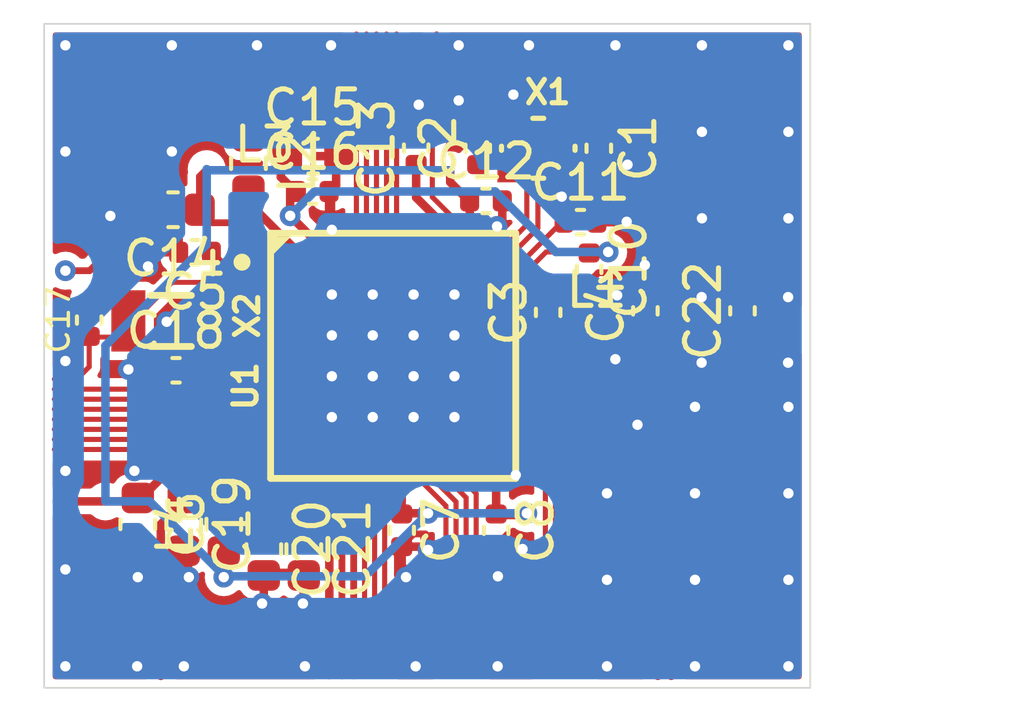
<source format=kicad_pcb>
(kicad_pcb (version 20221018) (generator pcbnew)
  (layers (0 "F.Cu" signal "Top Layer") (1 "In1.Cu" signal "Mid Layer 1") (2 "In2.Cu" signal "Mid Layer 2") (31 "B.Cu" signal "Bottom Layer") (34 "B.Paste" user "Bottom Paste") (35 "F.Paste" user "Top Paste") (36 "B.SilkS" user "Bottom Overlay") (37 "F.SilkS" user "Top Overlay") (38 "B.Mask" user "Bottom Solder") (39 "F.Mask" user "Top Solder") (44 "Edge.Cuts" user))
  (property "ADDRESS1" "")
  (property "ADDRESS2" "")
  (property "ADDRESS3" "")
  (property "ADDRESS4" "")
  (property "DEVICE" "nRF52840-QIAA")
  (property "DOCUMENTNUMBER" "")
  (property "DOCUMENTSIZE" "A4")
  (property "DRAWNBY" "RUBR")
  (property "ORGANIZATION" "")
  (property "REFLAYOUTTITLE" "Reference Layout Config. 4: VDDH supply, DCDC, USB")
  (property "SHEETTOTAL" "1")
  (net 0 "")
  (net 1 "NetC20_1")
  (net 2 "P1.15")
  (net 3 "P1.14")
  (net 4 "P1.13")
  (net 5 "P1.12")
  (net 6 "P1.11")
  (net 7 "P1.10")
  (net 8 "P1.09")
  (net 9 "P1.08")
  (net 10 "P1.07")
  (net 11 "P1.06")
  (net 12 "P1.05")
  (net 13 "P1.04")
  (net 14 "P1.03")
  (net 15 "P1.02")
  (net 16 "P1.01")
  (net 17 "P1.00")
  (net 18 "P0.31/AIN7")
  (net 19 "P0.30/AIN6")
  (net 20 "P0.29/AIN5")
  (net 21 "P0.18/RESET")
  (net 22 "P0.10/NFC2")
  (net 23 "P0.09/NFC1")
  (net 24 "NetC13_1")
  (net 25 "VBUS")
  (net 26 "NetC9_1")
  (net 27 "D-")
  (net 28 "D+")
  (net 29 "SWDIO")
  (net 30 "RF")
  (net 31 "P0.28/AIN4")
  (net 32 "P0.05/AIN3")
  (net 33 "P0.04/AIN2")
  (net 34 "P0.03/AIN1")
  (net 35 "P0.02/AIN0")
  (net 36 "P0.01/XL2")
  (net 37 "P0.00/XL1")
  (net 38 "NetC3_2")
  (net 39 "DEC4_6")
  (net 40 "DEC3")
  (net 41 "GND")
  (net 42 "SWDCLK")
  (net 43 "P0.27")
  (net 44 "P0.26")
  (net 45 "P0.25")
  (net 46 "P0.24")
  (net 47 "P0.23")
  (net 48 "P0.22")
  (net 49 "P0.21")
  (net 50 "P0.20")
  (net 51 "P0.19")
  (net 52 "P0.17")
  (net 53 "P0.16")
  (net 54 "P0.15")
  (net 55 "P0.14")
  (net 56 "P0.13")
  (net 57 "P0.12")
  (net 58 "P0.11")
  (net 59 "P0.08")
  (net 60 "P0.07")
  (net 61 "P0.06")
  (net 62 "DEC1")
  (net 63 "XC1")
  (net 64 "XC2")
  (net 65 "VDD_HV")
  (net 66 "NetL4_2")
  (net 67 "NetL2_2")
  (net 68 "/DEC1")
  (net 69 "VDD_nRF")
  (net 70 "Net-(U1-DEC2)")
  (net 71 "Net-(U1-DECUSB)")
  (net 72 "Net-(L2-Pad1)")
  (net 73 "Net-(U1-DCC)")
  (net 74 "Net-(U1-DCCH)")
  (net 77 "Net-(U1-DEC3)")
  (net 78 "Net-(U1-P0.00{slash}XL1)")
  (net 79 "Net-(U1-P0.01{slash}XL2)")
  (footprint "Capacitor_SMD:C_0402_1005Metric" (layer "F.Cu") (at 153.0011 101.0786)
    (fp_text reference "C11")
    (fp_text value "100pF")
  )
  (footprint "52840:BT-XTAL_2016" (layer "F.Cu") (at 151.7623 98.90819 180)
    (fp_text reference "X1")
    (fp_text value "32MHz" hide)
  )
  (footprint "Capacitor_SMD:C_0402_1005Metric" (layer "F.Cu") (at 152.05269 103.7282 90)
    (fp_text reference "C3")
    (fp_text value "0.8pF")
  )
  (footprint "Capacitor_SMD:C_0402_1005Metric" (layer "F.Cu") (at 150.2261 100.4536)
    (fp_text reference "C12")
    (fp_text value "100nF")
  )
  (footprint "Capacitor_SMD:C_0402_1005Metric" (layer "F.Cu") (at 153.25666 102.4636 -90)
    (fp_text reference "C10")
    (fp_text value "N.C.")
  )
  (footprint "Inductor_SMD:L_0603_1608Metric" (layer "F.Cu") (at 143.2511 99.3536 -90)
    (fp_text reference "L2")
    (fp_text value "10µH")
  )
  (footprint "Capacitor_SMD:C_0402_1005Metric" (layer "F.Cu") (at 149.9843 98.90819 90)
    (fp_text reference "C2")
    (fp_text value "12pF")
  )
  (footprint "Capacitor_SMD:C_0402_1005Metric" (layer "F.Cu") (at 147.7511 110.1286 -90)
    (fp_text reference "C7")
    (fp_text value "100nF")
  )
  (footprint "C:_Repositories_Applications_test_rsk_lib_RSK-ONLY_PcbLib_pcblib.PcbLib_XTAL_3215" (layer "F.Cu") (at 140.9737 103.9786)
    (fp_text reference "X2")
    (fp_text value "32.768kHz" hide)
  )
  (footprint "Capacitor_SMD:C_0402_1005Metric" (layer "F.Cu") (at 145.1389 100.1776)
    (fp_text reference "C16")
    (fp_text value "47nF")
  )
  (footprint "Capacitor_SMD:C_0402_1005Metric" (layer "F.Cu") (at 157.76009 103.6828 90)
    (fp_text reference "C22")
    (fp_text value "N.C.")
  )
  (footprint "Capacitor_SMD:C_0402_1005Metric" (layer "F.Cu") (at 154.90766 103.6828 90)
    (fp_text reference "C4")
    (fp_text value "0.5pF")
  )
  (footprint "Capacitor_SMD:C_0603_1608Metric" (layer "F.Cu") (at 145.1511 99.1396)
    (fp_text reference "C15")
    (fp_text value "1.0µF")
  )
  (footprint "" (layer "F.Cu") (at 159.0581 104.2416)
    (fp_text reference "")
    (fp_text value "")
  )
  (footprint "Capacitor_SMD:C_0603_1608Metric" (layer "F.Cu") (at 144.87607 110.6786 -90)
    (fp_text reference "C21")
    (fp_text value "4.7µF")
  )
  (footprint "Capacitor_SMD:C_0402_1005Metric" (layer "F.Cu") (at 148.1761 98.9036 90)
    (fp_text reference "C13")
    (fp_text value "N.C.")
  )
  (footprint "Capacitor_SMD:C_0402_1005Metric" (layer "F.Cu") (at 141.1237 105.4286)
    (fp_text reference "C18")
    (fp_text value "12pF")
  )
  (footprint "Inductor_SMD:L_0603_1608Metric" (layer "F.Cu") (at 142.52607 109.95361 90)
    (fp_text reference "L4")
    (fp_text value "10µH")
  )
  (footprint "Capacitor_SMD:C_0402_1005Metric" (layer "F.Cu") (at 141.680902 101.962276 180)
    (fp_text reference "C5")
    (fp_text value "100nF")
  )
  (footprint "Capacitor_SMD:C_0603_1608Metric" (layer "F.Cu") (at 141.35109 109.95361 -90)
    (fp_text reference "C19")
    (fp_text value "4.7µF")
  )
  (footprint "Capacitor_SMD:C_0603_1608Metric" (layer "F.Cu") (at 140.0011 109.95361 -90)
    (fp_text reference "C6")
    (fp_text value "4.7µF")
  )
  (footprint "Capacitor_SMD:C_0402_1005Metric" (layer "F.Cu") (at 150.5261 110.1286 -90)
    (fp_text reference "C8")
    (fp_text value "100nF")
  )
  (footprint "D:_Applications_test_rsk_lib_RSK-ONLY_PcbLib_AQFN50P700X700X85_HS-74N.PcbLib_AQFN50P700X700X85_HS-74N" (layer "F.Cu") (at 147.5011 105.0036)
    (fp_text reference "U1")
    (fp_text value "nRF52840-QIAA" hide)
  )
  (footprint "Capacitor_SMD:C_0603_1608Metric" (layer "F.Cu") (at 143.70107 110.6786 -90)
    (fp_text reference "C20")
    (fp_text value "4.7µF")
  )
  (footprint "Inductor_SMD:L_0402_1005Metric" (layer "F.Cu") (at 153.47509 104.2362)
    (fp_text reference "L1")
    (fp_text value "4.7nH")
  )
  (footprint "Capacitor_SMD:C_0402_1005Metric" (layer "F.Cu") (at 153.5403 98.90819 -90)
    (fp_text reference "C1")
    (fp_text value "12pF")
  )
  (footprint "Inductor_SMD:L_0402_1005Metric" (layer "F.Cu") (at 143.7261 97.6286 180)
    (fp_text reference "L3")
    (fp_text value "15nH")
  )
  (footprint "Capacitor_SMD:C_0402_1005Metric" (layer "F.Cu") (at 138.5737 103.9536 90)
    (fp_text reference "C17")
    (fp_text value "12pF")
  )
  (footprint "Capacitor_SMD:C_0603_1608Metric" (layer "F.Cu") (at 141.036681 100.71314 180)
    (fp_text reference "C14")
    (fp_text value "1.0µF")
  )
  (gr_line (start 159.7511 114.7536) (end 159.7511 95.2536) (stroke (width 0.05)) (layer "Edge.Cuts"))
  (gr_line (start 159.7511 95.2536) (end 137.2511 95.2536) (stroke (width 0.05)) (layer "Edge.Cuts"))
  (gr_line (start 137.2511 95.2536) (end 137.2511 114.7536) (stroke (width 0.05)) (layer "Edge.Cuts"))
  (gr_line (start 137.2511 114.7536) (end 159.7511 114.7536) (stroke (width 0.05)) (layer "Edge.Cuts"))
  (segment (start 143.70107 108.774) (end 144.34359 108.13148) (width 0.25) (layer "F.Cu") (net 1))
  (segment (start 143.70107 110.0036) (end 143.70107 108.774) (width 0.25) (layer "F.Cu") (net 1))
  (segment (start 145.3756 107.8791) (end 145.5011 107.7536) (width 0.184) (layer "F.Cu") (net 1))
  (segment (start 144.34359 108.13148) (end 144.59597 107.8791) (width 0.184) (layer "F.Cu") (net 1))
  (segment (start 144.59597 107.8791) (end 145.3756 107.8791) (width 0.184) (layer "F.Cu") (net 1))
  (segment (start 147.3061 101.21642) (end 147.7511 101.66141) (width 0.15) (layer "F.Cu") (net 2))
  (segment (start 147.3061 101.21642) (end 147.3061 95.5536) (width 0.15) (layer "F.Cu") (net 2))
  (segment (start 147.7511 101.7536) (end 147.7511 101.66141) (width 0.15) (layer "F.Cu") (net 2))
  (segment (start 148.2511 101.7536) (end 148.2511 101.74422) (width 0.15) (layer "F.Cu") (net 4))
  (segment (start 147.6011 101.09422) (end 148.2511 101.74422) (width 0.15) (layer "F.Cu") (net 4))
  (segment (start 147.6011 101.09422) (end 147.6011 95.5536) (width 0.15) (layer "F.Cu") (net 4))
  (segment (start 148.65129 100.3417) (end 148.65129 98.7286) (width 0.15) (layer "F.Cu") (net 7))
  (segment (start 148.65129 100.3417) (end 149.2511 100.94151) (width 0.15) (layer "F.Cu") (net 7))
  (segment (start 148.7759 98.60399) (end 148.7759 95.55) (width 0.15) (layer "F.Cu") (net 7))
  (segment (start 149.2511 101.7536) (end 149.2511 100.94151) (width 0.15) (layer "F.Cu") (net 7))
  (segment (start 148.65129 98.7286) (end 148.7759 98.60399) (width 0.15) (layer "F.Cu") (net 7))
  (segment (start 144.07609 105.7536) (end 144.2511 105.7536) (width 0.15) (layer "F.Cu") (net 8))
  (segment (start 137.5511 107.4586) (end 142.3711 107.4586) (width 0.15) (layer "F.Cu") (net 8))
  (segment (start 142.3711 107.4586) (end 144.07609 105.7536) (width 0.15) (layer "F.Cu") (net 8))
  (segment (start 150.76987 105.7536) (end 153.1515 108.13523) (width 0.15) (layer "F.Cu") (net 11))
  (segment (start 153.1515 114.40361) (end 153.1515 108.13523) (width 0.15) (layer "F.Cu") (net 11))
  (segment (start 150.7511 105.7536) (end 150.76987 105.7536) (width 0.15) (layer "F.Cu") (net 11))
  (segment (start 152.8565 114.40361) (end 152.8565 108.25742) (width 0.15) (layer "F.Cu") (net 13))
  (segment (start 150.85267 106.2536) (end 152.8565 108.25742) (width 0.15) (layer "F.Cu") (net 13))
  (segment (start 150.7511 106.2536) (end 150.85267 106.2536) (width 0.15) (layer "F.Cu") (net 13))
  (segment (start 150.93548 106.7536) (end 152.5615 108.37962) (width 0.15) (layer "F.Cu") (net 15))
  (segment (start 152.5615 114.40361) (end 152.5615 108.37962) (width 0.15) (layer "F.Cu") (net 15))
  (segment (start 150.7511 106.7536) (end 150.93548 106.7536) (width 0.15) (layer "F.Cu") (net 15))
  (segment (start 149.7511 108.85865) (end 149.9385 109.04605) (width 0.15) (layer "F.Cu") (net 17))
  (segment (start 149.9385 114.4036) (end 149.9385 109.04605) (width 0.15) (layer "F.Cu") (net 17))
  (segment (start 149.7511 108.85865) (end 149.7511 108.2536) (width 0.15) (layer "F.Cu") (net 17))
  (segment (start 146.4211 101.3736) (end 146.4211 95.5536) (width 0.15) (layer "F.Cu") (net 18))
  (segment (start 146.2511 101.5436) (end 146.4211 101.3736) (width 0.15) (layer "F.Cu") (net 18))
  (segment (start 146.2511 101.7536) (end 146.2511 101.5436) (width 0.15) (layer "F.Cu") (net 18))
  (segment (start 146.7161 101.71861) (end 146.7511 101.7536) (width 0.15) (layer "F.Cu") (net 20))
  (segment (start 146.7161 101.71861) (end 146.7161 95.5536) (width 0.15) (layer "F.Cu") (net 20))
  (segment (start 152.54962 105.8586) (end 154.95991 105.8586) (width 0.25) (layer "F.Cu") (net 22))
  (segment (start 154.95991 105.8586) (end 155.6685 106.56719) (width 0.25) (layer "F.Cu") (net 22))
  (segment (start 155.6685 114.4016) (end 155.6685 106.56719) (width 0.25) (layer "F.Cu") (net 22))
  (segment (start 150.94462 104.2536) (end 152.54962 105.8586) (width 0.25) (layer "F.Cu") (net 22))
  (segment (start 150.7511 104.2536) (end 150.94462 104.2536) (width 0.25) (layer "F.Cu") (net 22))
  (segment (start 155.2735 114.4016) (end 155.2735 106.7308) (width 0.25) (layer "F.Cu") (net 23))
  (segment (start 152.386 106.2536) (end 154.7963 106.2536) (width 0.25) (layer "F.Cu") (net 23))
  (segment (start 150.7511 104.7536) (end 150.886 104.7536) (width 0.25) (layer "F.Cu") (net 23))
  (segment (start 150.886 104.7536) (end 152.386 106.2536) (width 0.25) (layer "F.Cu") (net 23))
  (segment (start 154.7963 106.2536) (end 155.2735 106.7308) (width 0.25) (layer "F.Cu") (net 23))
  (segment (start 148.1761 100.35441) (end 148.1761 99.4036) (width 0.25) (layer "F.Cu") (net 24))
  (segment (start 148.7511 101.7536) (end 148.7511 100.92941) (width 0.25) (layer "F.Cu") (net 24))
  (segment (start 148.1761 100.35441) (end 148.7511 100.92941) (width 0.25) (layer "F.Cu") (net 24))
  (segment (start 144.87607 110.0036) (end 145.62609 110.75363) (width 0.25) (layer "F.Cu") (net 25))
  (segment (start 144.7511 109.87863) (end 144.87607 110.0036) (width 0.25) (layer "F.Cu") (net 25))
  (segment (start 144.7511 109.87863) (end 144.7511 108.2536) (width 0.25) (layer "F.Cu") (net 25))
  (segment (start 145.62609 114.3786) (end 145.62609 110.75363) (width 0.25) (layer "F.Cu") (net 25))
  (segment (start 145.2511 108.9036) (end 145.9961 109.6486) (width 0.2) (layer "F.Cu") (net 27))
  (segment (start 145.2511 108.9036) (end 145.2511 108.2536) (width 0.2) (layer "F.Cu") (net 27))
  (segment (start 145.9961 114.4036) (end 145.9961 109.6486) (width 0.2) (layer "F.Cu") (net 27))
  (segment (start 145.75109 108.9036) (end 146.3411 109.4936) (width 0.2) (layer "F.Cu") (net 28))
  (segment (start 145.75109 108.9036) (end 145.75109 108.2536) (width 0.2) (layer "F.Cu") (net 28))
  (segment (start 146.3411 114.4036) (end 146.3411 109.4936) (width 0.2) (layer "F.Cu") (net 28))
  (segment (start 151.9715 114.40361) (end 151.9715 108.624) (width 0.15) (layer "F.Cu") (net 29))
  (segment (start 150.7511 107.7536) (end 151.1011 107.7536) (width 0.15) (layer "F.Cu") (net 29))
  (segment (start 151.1011 107.7536) (end 151.9715 108.624) (width 0.15) (layer "F.Cu") (net 29))
  (segment (start 154.01866 104.2416) (end 159.0581 104.2416) (width 0.762) (layer "F.Cu") (net 30))
  (segment (start 141.92552 106.5736) (end 144.24551 104.2536) (width 0.15) (layer "F.Cu") (net 33))
  (segment (start 144.24551 104.2536) (end 144.2511 104.2536) (width 0.15) (layer "F.Cu") (net 33))
  (segment (start 137.5511 106.5736) (end 141.92552 106.5736) (width 0.15) (layer "F.Cu") (net 33))
  (segment (start 147.0111 101.33861) (end 147.2511 101.5786) (width 0.15) (layer "F.Cu") (net 35))
  (segment (start 147.2511 101.7536) (end 147.2511 101.5786) (width 0.15) (layer "F.Cu") (net 35))
  (segment (start 147.0111 101.33861) (end 147.0111 95.5536) (width 0.15) (layer "F.Cu") (net 35))
  (segment (start 142.2237 103.9786) (end 142.80371 103.3986) (width 0.145) (layer "F.Cu") (net 36))
  (segment (start 142.80371 103.3986) (end 144.64609 103.3986) (width 0.145) (layer "F.Cu") (net 36))
  (segment (start 141.6237 105.6536) (end 141.6237 105.4286) (width 0.15) (layer "F.Cu") (net 36))
  (segment (start 142.2237 104.8286) (end 142.2237 103.9786) (width 0.145) (layer "F.Cu") (net 36))
  (segment (start 141.6237 105.4286) (end 142.2237 104.8286) (width 0.145) (layer "F.Cu") (net 36))
  (segment (start 144.64609 103.3986) (end 144.7511 103.5036) (width 0.145) (layer "F.Cu") (net 36))
  (segment (start 141.2937 105.9836) (end 141.6237 105.6536) (width 0.15) (layer "F.Cu") (net 36))
  (segment (start 137.5511 105.9836) (end 141.2937 105.9836) (width 0.15) (layer "F.Cu") (net 36))
  (segment (start 143.63423 103.09611) (end 143.6436 103.09611) (width 0.145) (layer "F.Cu") (net 37))
  (segment (start 143.6436 103.09611) (end 143.6561 103.10861) (width 0.145) (layer "F.Cu") (net 37))
  (segment (start 137.5511 105.6886) (end 138.21068 105.6886) (width 0.15) (layer "F.Cu") (net 37))
  (segment (start 138.5737 104.4536) (end 139.2487 104.4536) (width 0.145) (layer "F.Cu") (net 37))
  (segment (start 141.0086 102.8461) (end 143.38423 102.8461) (width 0.145) (layer "F.Cu") (net 37))
  (segment (start 143.38423 102.8461) (end 143.63423 103.09611) (width 0.145) (layer "F.Cu") (net 37))
  (segment (start 139.7237 103.9786) (end 139.8761 103.9786) (width 0.145) (layer "F.Cu") (net 37))
  (segment (start 144.64609 103.10861) (end 144.7511 103.0036) (width 0.145) (layer "F.Cu") (net 37))
  (segment (start 139.2487 104.4536) (end 139.7237 103.9786) (width 0.145) (layer "F.Cu") (net 37))
  (segment (start 138.21068 105.6886) (end 138.5737 105.32558) (width 0.15) (layer "F.Cu") (net 37))
  (segment (start 143.6561 103.10861) (end 144.64609 103.10861) (width 0.145) (layer "F.Cu") (net 37))
  (segment (start 138.5737 105.32558) (end 138.5737 104.4536) (width 0.15) (layer "F.Cu") (net 37))
  (segment (start 139.8761 103.9786) (end 141.0086 102.8461) (width 0.145) (layer "F.Cu") (net 37))
  (segment (start 152.0557 104.233) (end 152.06069 104.23799) (width 0.145) (layer "F.Cu") (net 38))
  (segment (start 152.0557 104.233) (end 152.94968 104.233) (width 0.508) (layer "F.Cu") (net 38))
  (segment (start 151.7213 103.8986) (end 152.0557 104.233) (width 0.145) (layer "F.Cu") (net 38))
  (segment (start 150.35609 103.8986) (end 151.7213 103.8986) (width 0.145) (layer "F.Cu") (net 38))
  (segment (start 150.2511 104.0036) (end 150.3561 103.8986) (width 0.145) (layer "F.Cu") (net 38))
  (segment (start 145.4011 102.07731) (end 145.4011 101.81649) (width 0.25) (layer "F.Cu") (net 39))
  (segment (start 151.99329 101.9536) (end 153.8153 101.9536) (width 0.15) (layer "F.Cu") (net 39))
  (segment (start 145.5011 102.2536) (end 145.5011 102.17731) (width 0.25) (layer "F.Cu") (net 39))
  (segment (start 150.7511 103.1958) (end 151.99329 101.9536) (width 0.15) (layer "F.Cu") (net 39))
  (segment (start 145.4011 102.07731) (end 145.5011 102.17731) (width 0.25) (layer "F.Cu") (net 39))
  (segment (start 144.4761 100.89149) (end 144.4761 100.0286) (width 0.25) (layer "F.Cu") (net 39))
  (segment (start 144.20109 99.7536) (end 144.20109 97.6286) (width 0.25) (layer "F.Cu") (net 39))
  (segment (start 150.7511 103.2536) (end 150.7511 103.1958) (width 0.15) (layer "F.Cu") (net 39))
  (segment (start 144.4761 100.89149) (end 145.4011 101.81649) (width 0.25) (layer "F.Cu") (net 39))
  (segment (start 144.20109 99.7536) (end 144.4761 100.0286) (width 0.25) (layer "F.Cu") (net 39))
  (via (at 144.4761 100.89149) (size 0.6096) (drill 0.3048) (layers "F.Cu" "B.Cu") (net 39))
  (via (at 153.8153 101.9536) (size 0.6096) (drill 0.3048) (layers "F.Cu" "B.Cu") (net 39))
  (segment (start 145.18999 100.1776) (end 150.4983 100.1776) (width 0.25) (layer "B.Cu") (net 39))
  (segment (start 150.4983 100.1776) (end 152.2743 101.9536) (width 0.25) (layer "B.Cu") (net 39))
  (segment (start 152.2743 101.9536) (end 153.8153 101.9536) (width 0.25) (layer "B.Cu") (net 39))
  (segment (start 144.4761 100.89149) (end 145.18999 100.1776) (width 0.25) (layer "B.Cu") (net 39))
  (segment (start 150.25668 103.0036) (end 150.58168 102.6786) (width 0.15) (layer "F.Cu") (net 40))
  (segment (start 150.58168 102.6786) (end 150.8511 102.6786) (width 0.15) (layer "F.Cu") (net 40))
  (segment (start 150.8511 102.6786) (end 152.4511 101.0786) (width 0.15) (layer "F.Cu") (net 40))
  (segment (start 150.2511 103.0036) (end 150.25668 103.0036) (width 0.15) (layer "F.Cu") (net 40))
  (segment (start 152.4511 101.0786) (end 152.5011 101.0786) (width 0.15) (layer "F.Cu") (net 40))
  (segment (start 140.6237 105.4286) (end 139.7491 105.4286) (width 0.2) (layer "F.Cu") (net 41))
  (segment (start 141.200902 101.962276) (end 140.717424 101.962276) (width 0.2) (layer "F.Cu") (net 41))
  (segment (start 148.5261 110.7036) (end 148.5261 110.31434) (width 0.2) (layer "F.Cu") (net 41))
  (segment (start 138.52329 110.62861) (end 137.8745 111.2774) (width 0.2) (layer "F.Cu") (net 41))
  (segment (start 156.326538 103.512152) (end 156.55969 103.279) (width 0.2) (layer "F.Cu") (net 41))
  (segment (start 153.5403 100.15008) (end 153.36178 100.3286) (width 0.2) (layer "F.Cu") (net 41))
  (segment (start 159.04629 103.2256) (end 159.09969 103.279) (width 0.2) (layer "F.Cu") (net 41))
  (segment (start 158.81138 103.279) (end 159.09969 103.279) (width 0.2) (layer "F.Cu") (net 41))
  (segment (start 152.7511 100.3286) (end 153.5011 101.0786) (width 0.2) (layer "F.Cu") (net 41))
  (segment (start 150.7261 100.4536) (end 150.7261 101.02859) (width 0.2) (layer "F.Cu") (net 41))
  (segment (start 150.677882 97.973772) (end 151.0373 98.33319) (width 0.2) (layer "F.Cu") (net 41))
  (segment (start 140.0011 111.5036) (end 140.0011 110.62861) (width 0.2) (layer "F.Cu") (net 41))
  (segment (start 154.6655 102.5636) (end 154.8925 102.3366) (width 0.2) (layer "F.Cu") (net 41))
  (segment (start 154.3665 99.4082) (end 154.3845 99.3902) (width 0.2) (layer "F.Cu") (net 41))
  (segment (start 150.5261 110.577062) (end 150.847664 110.255498) (width 0.2) (layer "F.Cu") (net 41))
  (segment (start 147.5011 105.0036) (end 148.1011 104.4036) (width 0.25) (layer "F.Cu") (net 41))
  (segment (start 153.5403 99.4082) (end 153.5403 100.15008) (width 0.2) (layer "F.Cu") (net 41))
  (segment (start 150.54633 97.3328) (end 151.0317 97.3328) (width 0.2) (layer "F.Cu") (net 41))
  (segment (start 140.6437 105.4286) (end 140.6437 104.2086) (width 0.2) (layer "F.Cu") (net 41))
  (segment (start 149.9843 98.40819) (end 149.9843 98.334632) (width 0.2) (layer "F.Cu") (net 41))
  (segment (start 147.6261 111.44522) (end 147.6261 110.7336) (width 0.2) (layer "F.Cu") (net 41))
  (segment (start 145.7011 101.3036) (end 145.7011 100.2398) (width 0.2) (layer "F.Cu") (net 41))
  (segment (start 144.87607 111.3536) (end 144.87607 112.25363) (width 0.2) (layer "F.Cu") (net 41))
  (segment (start 140.717424 101.962276) (end 140.3011 102.3786) (width 0.2) (layer "F.Cu") (net 41))
  (segment (start 150.34516 97.53397) (end 150.54633 97.3328) (width 0.2) (layer "F.Cu") (net 41))
  (segment (start 144.87607 112.25363) (end 144.8511 112.2786) (width 0.2) (layer "F.Cu") (net 41))
  (segment (start 150.9623 98.40819) (end 151.0373 98.33319) (width 0.2) (layer "F.Cu") (net 41))
  (segment (start 149.9843 98.334632) (end 150.34516 97.973772) (width 0.2) (layer "F.Cu") (net 41))
  (segment (start 151.261378 110.255498) (end 151.3011 110.29522) (width 0.2) (layer "F.Cu") (net 41))
  (segment (start 154.0797 103.2256) (end 154.366252 103.512152) (width 0.2) (layer "F.Cu") (net 41))
  (segment (start 140.0011 110.62861) (end 138.52329 110.62861) (width 0.2) (layer "F.Cu") (net 41))
  (segment (start 145.6389 100.1776) (end 145.8261 99.9904) (width 0.25) (layer "F.Cu") (net 41))
  (segment (start 148.1761 97.7036) (end 148.2511 97.6286) (width 0.2) (layer "F.Cu") (net 41))
  (segment (start 156.791128 103.510438) (end 158.579942 103.510438) (width 0.2) (layer "F.Cu") (net 41))
  (segment (start 151.67228 103.60861) (end 152.05269 103.2282) (width 0.145) (layer "F.Cu") (net 41))
  (segment (start 143.70107 112.22863) (end 143.6511 112.2786) (width 0.2) (layer "F.Cu") (net 41))
  (segment (start 146.0011 103.5036) (end 147.5011 105.0036) (width 0.25) (layer "F.Cu") (net 41))
  (segment (start 148.5261 110.31434) (end 148.44516 110.2334) (width 0.2) (layer "F.Cu") (net 41))
  (segment (start 153.46531 99.48319) (end 153.5403 99.4082) (width 0.2) (layer "F.Cu") (net 41))
  (segment (start 154.6511 107.0036) (end 154.6761 107.0286) (width 0.2) (layer "F.Cu") (net 41))
  (segment (start 150.34516 97.973772) (end 150.677882 97.973772) (width 0.2) (layer "F.Cu") (net 41))
  (segment (start 150.2511 103.5036) (end 150.3561 103.60861) (width 0.145) (layer "F.Cu") (net 41))
  (segment (start 152.4511 99.51939) (end 152.4873 99.48319) (width 0.2) (layer "F.Cu") (net 41))
  (segment (start 150.5769 110.6594) (end 150.5261 110.6086) (width 0.2) (layer "F.Cu") (net 41))
  (segment (start 150.34516 97.973772) (end 150.34516 97.53397) (width 0.2) (layer "F.Cu") (net 41))
  (segment (start 140.6437 104.2086) (end 140.8487 104.0036) (width 0.2) (layer "F.Cu") (net 41))
  (segment (start 158.579942 103.510438) (end 158.81138 103.279) (width 0.2) (layer "F.Cu") (net 41))
  (segment (start 150.847664 110.255498) (end 151.261378 110.255498) (width 0.2) (layer "F.Cu") (net 41))
  (segment (start 148.1011 104.4036) (end 149.0011 103.5036) (width 0.25) (layer "F.Cu") (net 41))
  (segment (start 153.8177 102.9636) (end 154.0797 103.2256) (width 0.2) (layer "F.Cu") (net 41))
  (segment (start 145.8261 99.9904) (end 145.8261 99.1396) (width 0.25) (layer "F.Cu") (net 41))
  (segment (start 150.5261 110.6086) (end 150.5261 110.577062) (width 0.2) (layer "F.Cu") (net 41))
  (segment (start 146.0011 102.2536) (end 146.0011 102.0799) (width 0.25) (layer "F.Cu") (net 41))
  (segment (start 139.7491 105.4286) (end 139.7241 105.4036) (width 0.2) (layer "F.Cu") (net 41))
  (segment (start 152.4511 100.3286) (end 152.4511 99.51939) (width 0.2) (layer "F.Cu") (net 41))
  (segment (start 154.3591 101.0666) (end 153.5131 101.0666) (width 0.2) (layer "F.Cu") (net 41))
  (segment (start 143.70107 111.3536) (end 143.70107 112.22863) (width 0.2) (layer "F.Cu") (net 41))
  (segment (start 152.4511 100.3286) (end 152.7511 100.3286) (width 0.2) (layer "F.Cu") (net 41))
  (segment (start 153.25666 102.83372) (end 153.52678 102.5636) (width 0.2) (layer "F.Cu") (net 41))
  (segment (start 145.84359 101.92239) (end 145.84359 101.3611) (width 0.25) (layer "F.Cu") (net 41))
  (segment (start 141.5011 110.77862) (end 141.35109 110.62861) (width 0.2) (layer "F.Cu") (net 41))
  (segment (start 149.0011 103.5036) (end 150.2511 103.5036) (width 0.25) (layer "F.Cu") (net 41))
  (segment (start 153.25666 102.9636) (end 153.25666 102.83372) (width 0.2) (layer "F.Cu") (net 41))
  (segment (start 147.6261 110.7336) (end 147.7511 110.6086) (width 0.2) (layer "F.Cu") (net 41))
  (segment (start 148.103192 110.2334) (end 148.44516 110.2334) (width 0.2) (layer "F.Cu") (net 41))
  (segment (start 153.52678 102.5636) (end 154.6655 102.5636) (width 0.2) (layer "F.Cu") (net 41))
  (segment (start 148.1761 98.4036) (end 148.1761 97.7036) (width 0.2) (layer "F.Cu") (net 41))
  (segment (start 147.68448 111.5036) (end 147.6261 111.44522) (width 0.2) (layer "F.Cu") (net 41))
  (segment (start 149.9843 98.40819) (end 150.9623 98.40819) (width 0.2) (layer "F.Cu") (net 41))
  (segment (start 147.7511 110.585492) (end 148.103192 110.2334) (width 0.2) (layer "F.Cu") (net 41))
  (segment (start 153.5403 99.4082) (end 154.3665 99.4082) (width 0.2) (layer "F.Cu") (net 41))
  (segment (start 146.0011 103.5036) (end 146.0011 102.2536) (width 0.25) (layer "F.Cu") (net 41))
  (segment (start 153.5131 101.0666) (end 153.5011 101.0786) (width 0.2) (layer "F.Cu") (net 41))
  (segment (start 152.4873 99.48319) (end 153.46531 99.48319) (width 0.2) (layer "F.Cu") (net 41))
  (segment (start 145.7011 100.2398) (end 145.6389 100.1776) (width 0.2) (layer "F.Cu") (net 41))
  (segment (start 153.25666 102.9636) (end 153.8177 102.9636) (width 0.2) (layer "F.Cu") (net 41))
  (segment (start 147.8777 111.5036) (end 147.68448 111.5036) (width 0.2) (layer "F.Cu") (net 41))
  (segment (start 150.7261 101.02859) (end 150.55109 101.2036) (width 0.2) (layer "F.Cu") (net 41))
  (segment (start 154.366252 103.512152) (end 156.326538 103.512152) (width 0.2) (layer "F.Cu") (net 41))
  (segment (start 153.36178 100.3286) (end 152.4511 100.3286) (width 0.2) (layer "F.Cu") (net 41))
  (segment (start 145.84359 101.92239) (end 146.0011 102.0799) (width 0.25) (layer "F.Cu") (net 41))
  (segment (start 143.70107 111.3536) (end 144.87607 111.3536) (width 0.2) (layer "F.Cu") (net 41))
  (segment (start 147.7511 110.6086) (end 147.7511 110.585492) (width 0.2) (layer "F.Cu") (net 41))
  (segment (start 150.35609 103.60861) (end 151.67228 103.60861) (width 0.145) (layer "F.Cu") (net 41))
  (segment (start 156.55969 103.279) (end 156.791128 103.510438) (width 0.2) (layer "F.Cu") (net 41))
  (segment (start 141.5011 111.5036) (end 141.5011 110.77862) (width 0.2) (layer "F.Cu") (net 41))
  (segment (start 150.5769 111.4794) (end 150.5769 110.6594) (width 0.2) (layer "F.Cu") (net 41))
  (via (at 148.2511 97.6286) (size 0.6096) (drill 0.3048) (layers "F.Cu" "B.Cu") (net 41))
  (via (at 154.3845 99.3902) (size 0.6096) (drill 0.3048) (layers "F.Cu" "B.Cu") (net 41))
  (via (at 151.0317 97.3328) (size 0.6096) (drill 0.3048) (layers "F.Cu" "B.Cu") (net 41))
  (via (at 146.90109 104.4036) (size 0.6096) (drill 0.3048) (layers "F.Cu" "B.Cu") (net 41))
  (via (at 159.1089 100.965) (size 0.6096) (drill 0.3048) (layers "F.Cu" "B.Cu") (net 41))
  (via (at 137.8745 105.156) (size 0.6096) (drill 0.3048) (layers "F.Cu" "B.Cu") (net 41))
  (via (at 148.1011 106.80361) (size 0.6096) (drill 0.3048) (layers "F.Cu" "B.Cu") (net 41))
  (via (at 159.1089 106.5022) (size 0.6096) (drill 0.3048) (layers "F.Cu" "B.Cu") (net 41))
  (via (at 144.8511 112.2786) (size 0.6096) (drill 0.3048) (layers "F.Cu" "B.Cu") (net 41))
  (via (at 137.8745 108.3818) (size 0.6096) (drill 0.3048) (layers "F.Cu" "B.Cu") (net 41))
  (via (at 150.5769 111.4794) (size 0.6096) (drill 0.3048) (layers "F.Cu" "B.Cu") (net 41))
  (via (at 145.70109 106.80361) (size 0.6096) (drill 0.3048) (layers "F.Cu" "B.Cu") (net 41))
  (via (at 154.0289 95.885) (size 0.6096) (drill 0.3048) (layers "F.Cu" "B.Cu") (net 41))
  (via (at 159.09969 103.279) (size 0.6096) (drill 0.3048) (layers "F.Cu" "B.Cu") (net 41))
  (via (at 159.1089 109.0422) (size 0.6096) (drill 0.3048) (layers "F.Cu" "B.Cu") (net 41))
  (via (at 144.9103 114.1222) (size 0.6096) (drill 0.3048) (layers "F.Cu" "B.Cu") (net 41))
  (via (at 156.3657 109.0422) (size 0.6096) (drill 0.3048) (layers "F.Cu" "B.Cu") (net 41))
  (via (at 146.90109 103.2036) (size 0.6096) (drill 0.3048) (layers "F.Cu" "B.Cu") (net 41))
  (via (at 140.3011 102.3786) (size 0.6096) (drill 0.3048) (layers "F.Cu" "B.Cu") (net 41))
  (via (at 143.6511 112.2786) (size 0.6096) (drill 0.3048) (layers "F.Cu" "B.Cu") (net 41))
  (via (at 149.3011 103.2036) (size 0.6096) (drill 0.3048) (layers "F.Cu" "B.Cu") (net 41))
  (via (at 145.7011 101.3036) (size 0.6096) (drill 0.3048) (layers "F.Cu" "B.Cu") (net 41))
  (via (at 141.5011 111.5036) (size 0.6096) (drill 0.3048) (layers "F.Cu" "B.Cu") (net 41))
  (via (at 156.5689 98.425) (size 0.6096) (drill 0.3048) (layers "F.Cu" "B.Cu") (net 41))
  (via (at 151.3011 110.6786) (size 0.6096) (drill 0.3048) (layers "F.Cu" "B.Cu") (net 41))
  (via (at 148.1011 103.2036) (size 0.6096) (drill 0.3048) (layers "F.Cu" "B.Cu") (net 41))
  (via (at 137.8745 99.0036) (size 0.6096) (drill 0.3048) (layers "F.Cu" "B.Cu") (net 41))
  (via (at 149.3011 104.4036) (size 0.6096) (drill 0.3048) (layers "F.Cu" "B.Cu") (net 41))
  (via (at 137.8745 95.885) (size 0.6096) (drill 0.3048) (layers "F.Cu" "B.Cu") (net 41))
  (via (at 154.3591 101.0666) (size 0.6096) (drill 0.3048) (layers "F.Cu" "B.Cu") (net 41))
  (via (at 145.70109 104.4036) (size 0.6096) (drill 0.3048) (layers "F.Cu" "B.Cu") (net 41))
  (via (at 156.55928 105.2052) (size 0.6096) (drill 0.3048) (layers "F.Cu" "B.Cu") (net 41))
  (via (at 156.3657 106.5022) (size 0.6096) (drill 0.3048) (layers "F.Cu" "B.Cu") (net 41))
  (via (at 145.6761 95.885) (size 0.6096) (drill 0.3048) (layers "F.Cu" "B.Cu") (net 41))
  (via (at 146.90109 106.80361) (size 0.6096) (drill 0.3048) (layers "F.Cu" "B.Cu") (net 41))
  (via (at 140.0011 111.5036) (size 0.6096) (drill 0.3048) (layers "F.Cu" "B.Cu") (net 41))
  (via (at 139.19516 100.89522) (size 0.6096) (drill 0.3048) (layers "F.Cu" "B.Cu") (net 41))
  (via (at 156.3657 111.5822) (size 0.6096) (drill 0.3048) (layers "F.Cu" "B.Cu") (net 41))
  (via (at 156.55969 103.279) (size 0.6096) (drill 0.3048) (layers "F.Cu" "B.Cu") (net 41))
  (via (at 159.1089 111.5822) (size 0.6096) (drill 0.3048) (layers "F.Cu" "B.Cu") (net 41))
  (via (at 153.7805 114.1222) (size 0.6096) (drill 0.3048) (layers "F.Cu" "B.Cu") (net 41))
  (via (at 137.8745 111.2774) (size 0.6096) (drill 0.3048) (layers "F.Cu" "B.Cu") (net 41))
  (via (at 137.8745 114.1222) (size 0.6096) (drill 0.3048) (layers "F.Cu" "B.Cu") (net 41))
  (via (at 159.1089 98.425) (size 0.6096) (drill 0.3048) (layers "F.Cu" "B.Cu") (net 41))
  (via (at 154.6761 107.0286) (size 0.6096) (drill 0.3048) (layers "F.Cu" "B.Cu") (net 41))
  (via (at 145.70109 103.2036) (size 0.6096) (drill 0.3048) (layers "F.Cu" "B.Cu") (net 41))
  (via (at 139.9011 108.3818) (size 0.6096) (drill 0.3048) (layers "F.Cu" "B.Cu") (net 41))
  (via (at 153.7805 109.0422) (size 0.6096) (drill 0.3048) (layers "F.Cu" "B.Cu") (net 41))
  (via (at 139.7241 105.4036) (size 0.6096) (drill 0.3048) (layers "F.Cu" "B.Cu") (net 41))
  (via (at 152.4511 100.3286) (size 0.6096) (drill 0.3048) (layers "F.Cu" "B.Cu") (net 41))
  (via (at 156.3657 114.1222) (size 0.6096) (drill 0.3048) (layers "F.Cu" "B.Cu") (net 41))
  (via (at 154.8925 102.3366) (size 0.6096) (drill 0.3048) (layers "F.Cu" "B.Cu") (net 41))
  (via (at 159.1089 95.885) (size 0.6096) (drill 0.3048) (layers "F.Cu" "B.Cu") (net 41))
  (via (at 151.1011 108.5036) (size 0.6096) (drill 0.3048) (layers "F.Cu" "B.Cu") (net 41))
  (via (at 145.70109 105.60361) (size 0.6096) (drill 0.3048) (layers "F.Cu" "B.Cu") (net 41))
  (via (at 140.8487 104.0036) (size 0.6096) (drill 0.3048) (layers "F.Cu" "B.Cu") (net 41))
  (via (at 156.5689 95.885) (size 0.6096) (drill 0.3048) (layers "F.Cu" "B.Cu") (net 41))
  (via (at 139.9827 114.1222) (size 0.6096) (drill 0.3048) (layers "F.Cu" "B.Cu") (net 41))
  (via (at 143.5011 95.885) (size 0.6096) (drill 0.3048) (layers "F.Cu" "B.Cu") (net 41))
  (via (at 149.3011 105.60361) (size 0.6096) (drill 0.3048) (layers "F.Cu" "B.Cu") (net 41))
  (via (at 154.02609 105.1036) (size 0.6096) (drill 0.3048) (layers "F.Cu" "B.Cu") (net 41))
  (via (at 149.4249 97.5036) (size 0.6096) (drill 0.3048) (layers "F.Cu" "B.Cu") (net 41))
  (via (at 150.5693 114.1222) (size 0.6096) (drill 0.3048) (layers "F.Cu" "B.Cu") (net 41))
  (via (at 141.0011 95.885) (size 0.6096) (drill 0.3048) (layers "F.Cu" "B.Cu") (net 41))
  (via (at 153.7805 111.5822) (size 0.6096) (drill 0.3048) (layers "F.Cu" "B.Cu") (net 41))
  (via (at 147.8777 111.5036) (size 0.6096) (drill 0.3048) (layers "F.Cu" "B.Cu") (net 41))
  (via (at 148.1615 114.1222) (size 0.6096) (drill 0.3048) (layers "F.Cu" "B.Cu") (net 41))
  (via (at 148.1011 104.4036) (size 0.6096) (drill 0.3048) (layers "F.Cu" "B.Cu") (net 41))
  (via (at 149.3011 106.80361) (size 0.6096) (drill 0.3048) (layers "F.Cu" "B.Cu") (net 41))
  (via (at 159.09928 105.2052) (size 0.6096) (drill 0.3048) (layers "F.Cu" "B.Cu") (net 41))
  (via (at 154.0797 103.2256) (size 0.6096) (drill 0.3048) (layers "F.Cu" "B.Cu") (net 41))
  (via (at 148.1011 105.60361) (size 0.6096) (drill 0.3048) (layers "F.Cu" "B.Cu") (net 41))
  (via (at 150.55109 101.2036) (size 0.6096) (drill 0.3048) (layers "F.Cu" "B.Cu") (net 41))
  (via (at 141.0011 99.0036) (size 0.6096) (drill 0.3048) (layers "F.Cu" "B.Cu") (net 41))
  (via (at 148.5261 110.7036) (size 0.6096) (drill 0.3048) (layers "F.Cu" "B.Cu") (net 41))
  (via (at 159.1089 114.1222) (size 0.6096) (drill 0.3048) (layers "F.Cu" "B.Cu") (net 41))
  (via (at 146.90109 105.60361) (size 0.6096) (drill 0.3048) (layers "F.Cu" "B.Cu") (net 41))
  (via (at 156.5689 100.965) (size 0.6096) (drill 0.3048) (layers "F.Cu" "B.Cu") (net 41))
  (via (at 151.4889 95.885) (size 0.6096) (drill 0.3048) (layers "F.Cu" "B.Cu") (net 41))
  (via (at 141.3543 114.1222) (size 0.6096) (drill 0.3048) (layers "F.Cu" "B.Cu") (net 41))
  (via (at 149.4249 95.885) (size 0.6096) (drill 0.3048) (layers "F.Cu" "B.Cu") (net 41))
  (segment (start 150.7511 107.2536) (end 151.01829 107.2536) (width 0.15) (layer "F.Cu") (net 42))
  (segment (start 152.2665 114.40361) (end 152.2665 108.50181) (width 0.15) (layer "F.Cu") (net 42))
  (segment (start 151.01829 107.2536) (end 152.2665 108.50181) (width 0.15) (layer "F.Cu") (net 42))
  (segment (start 137.5511 106.2786) (end 141.72052 106.2786) (width 0.15) (layer "F.Cu") (net 44))
  (segment (start 144.24551 103.7536) (end 144.2511 103.7536) (width 0.15) (layer "F.Cu") (net 44))
  (segment (start 141.72052 106.2786) (end 144.24551 103.7536) (width 0.15) (layer "F.Cu") (net 44))
  (segment (start 149.25109 108.77704) (end 149.25109 108.2536) (width 0.15) (layer "F.Cu") (net 46))
  (segment (start 149.25109 108.77704) (end 149.6423 109.16824) (width 0.15) (layer "F.Cu") (net 46))
  (segment (start 149.6435 114.4036) (end 149.6435 109.16824) (width 0.15) (layer "F.Cu") (net 46))
  (segment (start 148.7511 108.69423) (end 148.7511 108.2536) (width 0.15) (layer "F.Cu") (net 48))
  (segment (start 148.7511 108.69423) (end 149.34729 109.29043) (width 0.15) (layer "F.Cu") (net 48))
  (segment (start 149.34729 114.4036) (end 149.34729 109.29043) (width 0.15) (layer "F.Cu") (net 48))
  (segment (start 149.0511 114.4036) (end 149.0511 109.41142) (width 0.15) (layer "F.Cu") (net 50))
  (segment (start 148.25109 108.61142) (end 149.0511 109.41142) (width 0.15) (layer "F.Cu") (net 50))
  (segment (start 148.25109 108.61142) (end 148.25109 108.2536) (width 0.15) (layer "F.Cu") (net 50))
  (segment (start 147.2511 114.4036) (end 147.2511 108.2536) (width 0.15) (layer "F.Cu") (net 52))
  (segment (start 146.9561 114.4036) (end 146.9561 109.19141) (width 0.15) (layer "F.Cu") (net 54))
  (segment (start 146.75109 108.98641) (end 146.75109 108.2536) (width 0.15) (layer "F.Cu") (net 54))
  (segment (start 146.75109 108.98641) (end 146.9561 109.19141) (width 0.15) (layer "F.Cu") (net 54))
  (segment (start 146.2511 108.9036) (end 146.6611 109.3136) (width 0.15) (layer "F.Cu") (net 56))
  (segment (start 146.6611 114.4036) (end 146.6611 109.3136) (width 0.15) (layer "F.Cu") (net 56))
  (segment (start 146.2511 108.9036) (end 146.2511 108.2536) (width 0.15) (layer "F.Cu") (net 56))
  (segment (start 143.99329 106.2536) (end 144.2511 106.2536) (width 0.15) (layer "F.Cu") (net 57))
  (segment (start 137.5511 107.7536) (end 142.49329 107.7536) (width 0.15) (layer "F.Cu") (net 57))
  (segment (start 142.49329 107.7536) (end 143.99329 106.2536) (width 0.15) (layer "F.Cu") (net 57))
  (segment (start 142.2411 107.1636) (end 144.1511 105.2536) (width 0.15) (layer "F.Cu") (net 59))
  (segment (start 144.1511 105.2536) (end 144.2511 105.2536) (width 0.15) (layer "F.Cu") (net 59))
  (segment (start 137.5511 107.1636) (end 142.2411 107.1636) (width 0.15) (layer "F.Cu") (net 59))
  (segment (start 142.0611 106.8686) (end 144.1761 104.7536) (width 0.15) (layer "F.Cu") (net 61))
  (segment (start 144.1761 104.7536) (end 144.2511 104.7536) (width 0.15) (layer "F.Cu") (net 61))
  (segment (start 137.5511 106.8686) (end 142.0611 106.8686) (width 0.15) (layer "F.Cu") (net 61))
  (segment (start 144.056646 102.7536) (end 144.2511 102.7536) (width 0.2) (layer "F.Cu") (net 62))
  (segment (start 143.826644 102.523598) (end 144.056646 102.7536) (width 0.2) (layer "F.Cu") (net 62))
  (segment (start 142.160902 101.962276) (end 142.722224 102.523598) (width 0.2) (layer "F.Cu") (net 62))
  (segment (start 142.722224 102.523598) (end 143.826644 102.523598) (width 0.2) (layer "F.Cu") (net 62))
  (segment (start 152.2465 98.4082) (end 153.5403 98.4082) (width 0.15) (layer "F.Cu") (net 63))
  (segment (start 151.7511 98.9036) (end 152.2465 98.4082) (width 0.15) (layer "F.Cu") (net 63))
  (segment (start 150.7511 102.2536) (end 151.7511 101.2536) (width 0.15) (layer "F.Cu") (net 63))
  (segment (start 151.7511 101.2536) (end 151.7511 98.9036) (width 0.15) (layer "F.Cu") (net 63))
  (segment (start 150.9623 99.40819) (end 151.0373 99.48319) (width 0.15) (layer "F.Cu") (net 64))
  (segment (start 149.9843 99.40819) (end 150.9623 99.40819) (width 0.15) (layer "F.Cu") (net 64))
  (segment (start 150.2511 101.7536) (end 150.8261 101.7536) (width 0.15) (layer "F.Cu") (net 64))
  (segment (start 151.4261 101.1536) (end 151.4261 99.87199) (width 0.15) (layer "F.Cu") (net 64))
  (segment (start 150.8261 101.7536) (end 151.4261 101.1536) (width 0.15) (layer "F.Cu") (net 64))
  (segment (start 151.0373 99.48319) (end 151.4261 99.87199) (width 0.15) (layer "F.Cu") (net 64))
  (segment (start 144.13131 107.1621) (end 144.51631 107.1621) (width 0.25) (layer "F.Cu") (net 65))
  (segment (start 140.6761 109.9536) (end 141.35109 109.27861) (width 0.25) (layer "F.Cu") (net 65))
  (segment (start 144.6748 107.0036) (end 144.7511 107.0036) (width 0.25) (layer "F.Cu") (net 65))
  (segment (start 142.7898 108.5036) (end 144.13131 107.1621) (width 0.25) (layer "F.Cu") (net 65))
  (segment (start 144.51631 107.1621) (end 144.6748 107.0036) (width 0.25) (layer "F.Cu") (net 65))
  (segment (start 140.6761 114.4036) (end 140.6761 109.9536) (width 0.25) (layer "F.Cu") (net 65))
  (segment (start 142.12609 108.5036) (end 142.7898 108.5036) (width 0.25) (layer "F.Cu") (net 65))
  (segment (start 141.35109 109.27861) (end 142.12609 108.5036) (width 0.25) (layer "F.Cu") (net 65))
  (segment (start 142.57342 109.27861) (end 144.27842 107.5736) (width 0.25) (layer "F.Cu") (net 66))
  (segment (start 144.7176 107.5371) (end 144.7511 107.5036) (width 0.21) (layer "F.Cu") (net 66))
  (segment (start 142.52607 109.27861) (end 142.57342 109.27861) (width 0.25) (layer "F.Cu") (net 66))
  (segment (start 144.31492 107.5371) (end 144.7176 107.5371) (width 0.21) (layer "F.Cu") (net 66))
  (segment (start 143.2511 100.5036) (end 143.2511 100.0286) (width 0.25) (layer "F.Cu") (net 67))
  (segment (start 143.2511 100.5036) (end 145.0011 102.2536) (width 0.25) (layer "F.Cu") (net 67))
  (segment (start 142.52607 111.50358) (end 142.5261 111.5036) (width 0.25) (layer "F.Cu") (net 69))
  (segment (start 141.811681 100.71314) (end 141.811681 99.735884) (width 0.2) (layer "F.Cu") (net 69))
  (segment (start 143.09272 101.09522) (end 142.193761 101.09522) (width 0.2) (layer "F.Cu") (net 69))
  (segment (start 149.7511 101.7536) (end 149.7511 100.4786) (width 0.25) (layer "F.Cu") (net 69))
  (segment (start 139.0511 109.27861) (end 140.0011 109.27861) (width 0.25) (layer "F.Cu") (net 69))
  (segment (start 141.1761 108.1036) (end 142.63119 108.1036) (width 0.25) (layer "F.Cu") (net 69))
  (segment (start 147.7511 109.6286) (end 147.7511 108.2536) (width 0.25) (layer "F.Cu") (net 69))
  (segment (start 142.52607 111.50358) (end 142.52607 110.62861) (width 0.25) (layer "F.Cu") (net 69))
  (segment (start 143.98119 106.7536) (end 144.2511 106.7536) (width 0.25) (layer "F.Cu") (net 69))
  (segment (start 150.5261 109.6286) (end 150.5761 109.6786) (width 0.25) (layer "F.Cu") (net 69))
  (segment (start 150.5761 109.6786) (end 151.4261 109.6786) (width 0.25) (layer "F.Cu") (net 69))
  (segment (start 150.2511 108.2536) (end 150.5261 108.5286) (width 0.25) (layer "F.Cu") (net 69))
  (segment (start 149.1761 99.9036) (end 149.1761 99.5536) (width 0.25) (layer "F.Cu") (net 69))
  (segment (start 144.2511 102.2536) (end 143.09272 101.09522) (width 0.2) (layer "F.Cu") (net 69))
  (segment (start 142.193761 101.09522) (end 141.811681 100.71314) (width 0.2) (layer "F.Cu") (net 69))
  (segment (start 137.6205 109.27861) (end 139.0511 109.27861) (width 0.25) (layer "F.Cu") (net 69))
  (segment (start 142.63119 108.1036) (end 143.98119 106.7536) (width 0.25) (layer "F.Cu") (net 69))
  (segment (start 150.5261 109.6286) (end 150.5261 108.5286) (width 0.25) (layer "F.Cu") (net 69))
  (segment (start 147.7511 109.6286) (end 148.5261 109.6286) (width 0.25) (layer "F.Cu") (net 69))
  (segment (start 149.1761 99.9036) (end 149.7261 100.4536) (width 0.25) (layer "F.Cu") (net 69))
  (segment (start 140.0011 109.27861) (end 141.1761 108.1036) (width 0.25) (layer "F.Cu") (net 69))
  (segment (start 149.7261 100.4536) (end 149.7511 100.4786) (width 0.25) (layer "F.Cu") (net 69))
  (segment (start 141.811681 99.735884) (end 142.025485 99.52208) (width 0.2) (layer "F.Cu") (net 69))
  (via (at 151.4261 109.6286) (size 0.6096) (drill 0.3048) (layers "F.Cu" "B.Cu") (net 69))
  (via (at 142.5261 111.5036) (size 0.6096) (drill 0.3048) (layers "F.Cu" "B.Cu") (net 69))
  (via (at 148.5261 109.6286) (size 0.6096) (drill 0.3048) (layers "F.Cu" "B.Cu") (net 69))
  (segment (start 149.1761 99.5536) (end 142.057005 99.5536) (width 0.25) (layer "B.Cu") (net 69))
  (segment (start 139.0511 109.27861) (end 140.3511 109.27861) (width 0.25) (layer "B.Cu") (net 69))
  (segment (start 139.0511 109.27861) (end 139.0511 104.7036) (width 0.25) (layer "B.Cu") (net 69))
  (segment (start 140.3511 109.27861) (end 142.5511 111.4786) (width 0.25) (layer "B.Cu") (net 69))
  (segment (start 139.0511 104.7036) (end 142.025485 101.729215) (width 0.25) (layer "B.Cu") (net 69))
  (segment (start 142.5511 111.4786) (end 146.6761 111.4786) (width 0.25) (layer "B.Cu") (net 69))
  (segment (start 142.025485 101.729215) (end 142.025485 99.52208) (width 0.25) (layer "B.Cu") (net 69))
  (segment (start 142.057005 99.5536) (end 142.025485 99.52208) (width 0.25) (layer "B.Cu") (net 69))
  (segment (start 146.6761 111.4786) (end 148.5261 109.6286) (width 0.25) (layer "B.Cu") (net 69))
  (segment (start 148.5261 109.6286) (end 151.4261 109.6286) (width 0.25) (layer "B.Cu") (net 69))
  (segment (start 143.2511 97.62861) (end 143.2511 97.6286) (width 0.25) (layer "F.Cu") (net 72))
  (segment (start 143.2511 98.6786) (end 143.2511 97.62861) (width 0.25) (layer "F.Cu") (net 72))
  (segment (start 138.9237 102.42376) (end 138.79516 102.29522) (width 0.2) (layer "F.Cu") (net 78))
  (segment (start 138.79516 102.29522) (end 138.58678 102.5036) (width 0.2) (layer "F.Cu") (net 78))
  (segment (start 138.5737 103.4536) (end 138.9237 103.1036) (width 0.2) (layer "F.Cu") (net 78))
  (segment (start 138.58678 102.5036) (end 137.8745 102.5036) (width 0.2) (layer "F.Cu") (net 78))
  (segment (start 138.9237 103.1036) (end 138.9237 102.42376) (width 0.2) (layer "F.Cu") (net 78))
  (via (at 137.8745 102.5036) (size 0.6096) (drill 0.3048) (layers "F.Cu" "B.Cu") (net 78))
  (zone (net 0) (net_name "") (layer "F.Cu") (connect_pads (clearance 0)) (min_thickness 0.25)
    (keepout (tracks not_allowed) (vias not_allowed) (pads not_allowed) (copperpour not_allowed) (footprints allowed))
    (fill (thermal_gap 0.5) (thermal_bridge_width 0.5))
    (polygon (pts (xy 139.50109 110.4036) (xy 139.50109 109.0036) (xy 143.17147 109.0036) (xy 143.17147 110.4036)))
  )
  (zone (net 0) (net_name "") (layer "F.Cu") (connect_pads (clearance 0)) (min_thickness 0.25)
    (keepout (tracks not_allowed) (vias not_allowed) (pads not_allowed) (copperpour not_allowed) (footprints allowed))
    (fill (thermal_gap 0.5) (thermal_bridge_width 0.5))
    (polygon (pts (xy 147.7511 105.7536) (xy 147.7511 104.2536) (xy 150.2511 104.2536) (xy 150.2511 105.7536)))
  )
  (zone (net 41) (net_name "GND") (layer "F.Cu") (priority 1005) (connect_pads (clearance 0.25)) (min_thickness 0.15) (fill yes (thermal_gap 0.25) (thermal_bridge_width 0.25))
    (polygon (pts (xy 136.52609 94.5896) (xy 136.52609 115.1036) (xy 160.50109 115.1036) (xy 160.5011 94.58959)))
  )
  (zone (net 0) (net_name "") (layer "F.Cu") (connect_pads (clearance 0)) (min_thickness 0.25)
    (keepout (tracks not_allowed) (vias not_allowed) (pads not_allowed) (copperpour not_allowed) (footprints allowed))
    (fill (thermal_gap 0.5) (thermal_bridge_width 0.5))
    (polygon (pts (xy 150.07432 108.99104) (xy 149.01366 107.93038) (xy 150.78143 106.16261) (xy 151.84209 107.22327)))
  )
  (zone (net 0) (net_name "") (layer "F.Cu") (connect_pads (clearance 0)) (min_thickness 0.25)
    (keepout (tracks not_allowed) (vias not_allowed) (pads not_allowed) (copperpour not_allowed) (footprints allowed))
    (fill (thermal_gap 0.5) (thermal_bridge_width 0.5))
    (polygon (pts (xy 143.00109 111.2536) (xy 143.00109 109.7536) (xy 145.50109 109.7536) (xy 145.50109 111.2536)))
  )
  (zone (net 0) (net_name "") (layer "F.Cu") (connect_pads (clearance 0)) (min_thickness 0.25)
    (keepout (tracks not_allowed) (vias not_allowed) (pads not_allowed) (copperpour not_allowed) (footprints allowed))
    (fill (thermal_gap 0.5) (thermal_bridge_width 0.5))
    (polygon (pts (xy 150.14516 101.84522) (xy 149.09516 102.09522) (xy 150.83349 105.7284) (xy 153.5761 105.7284) (xy 153.5761 103.4786) (xy 152.7761 103.4786) (xy 152.7761 102.4328) (xy 150.83349 102.4328)))
  )
  (zone (net 0) (net_name "") (layers "*.Cu") (connect_pads (clearance 0)) (min_thickness 0.25)
    (keepout (tracks not_allowed) (vias not_allowed) (pads not_allowed) (copperpour not_allowed) (footprints allowed))
    (fill (thermal_gap 0.5) (thermal_bridge_width 0.5))
    (polygon (pts (xy 159.679495 95.227538) (xy 159.713 95.187609) (xy 159.764332 95.178558) (xy 159.809473 95.20462) (xy 159.8273 95.2536) (xy 159.8273 114.7536) (xy 159.822705 114.779662) (xy 159.7892 114.819591) (xy 159.737868 114.828642) (xy 159.692727 114.80258) (xy 159.6749 114.7536) (xy 159.6749 95.2536)))
  )
  (zone (net 0) (net_name "") (layers "*.Cu") (connect_pads (clearance 0)) (min_thickness 0.25)
    (keepout (tracks not_allowed) (vias not_allowed) (pads not_allowed) (copperpour not_allowed) (footprints allowed))
    (fill (thermal_gap 0.5) (thermal_bridge_width 0.5))
    (polygon (pts (xy 159.777162 114.681995) (xy 159.817091 114.7155) (xy 159.826142 114.766832) (xy 159.80008 114.811973) (xy 159.7511 114.8298) (xy 137.2511 114.8298) (xy 137.225038 114.825205) (xy 137.185109 114.7917) (xy 137.176058 114.740368) (xy 137.20212 114.695227) (xy 137.2511 114.6774) (xy 159.7511 114.6774)))
  )
  (zone (net 0) (net_name "") (layers "*.Cu") (connect_pads (clearance 0)) (min_thickness 0.25)
    (keepout (tracks not_allowed) (vias not_allowed) (pads not_allowed) (copperpour not_allowed) (footprints allowed))
    (fill (thermal_gap 0.5) (thermal_bridge_width 0.5))
    (polygon (pts (xy 137.179495 95.227538) (xy 137.213 95.187609) (xy 137.264332 95.178558) (xy 137.309473 95.20462) (xy 137.3273 95.2536) (xy 137.3273 114.7536) (xy 137.322705 114.779662) (xy 137.2892 114.819591) (xy 137.237868 114.828642) (xy 137.192727 114.80258) (xy 137.1749 114.7536) (xy 137.1749 95.2536)))
  )
  (zone (net 0) (net_name "") (layers "*.Cu") (connect_pads (clearance 0)) (min_thickness 0.25)
    (keepout (tracks not_allowed) (vias not_allowed) (pads not_allowed) (copperpour not_allowed) (footprints allowed))
    (fill (thermal_gap 0.5) (thermal_bridge_width 0.5))
    (polygon (pts (xy 159.777162 95.181995) (xy 159.817091 95.2155) (xy 159.826142 95.266832) (xy 159.80008 95.311973) (xy 159.7511 95.3298) (xy 137.2511 95.3298) (xy 137.225038 95.325205) (xy 137.185109 95.2917) (xy 137.176058 95.240368) (xy 137.20212 95.195227) (xy 137.2511 95.1774) (xy 159.7511 95.1774)))
  )
  (zone (net 41) (net_name "GND") (layer "B.Cu") (priority 3) (connect_pads (clearance 0.508)) (min_thickness 0.25) (fill yes (thermal_gap 0.254) (thermal_bridge_width 0.254))
    (polygon (pts (xy 136.4261 94.5536) (xy 136.4261 115.1536) (xy 160.5011 115.1536) (xy 160.5011 94.5536)))
  )
)
</source>
